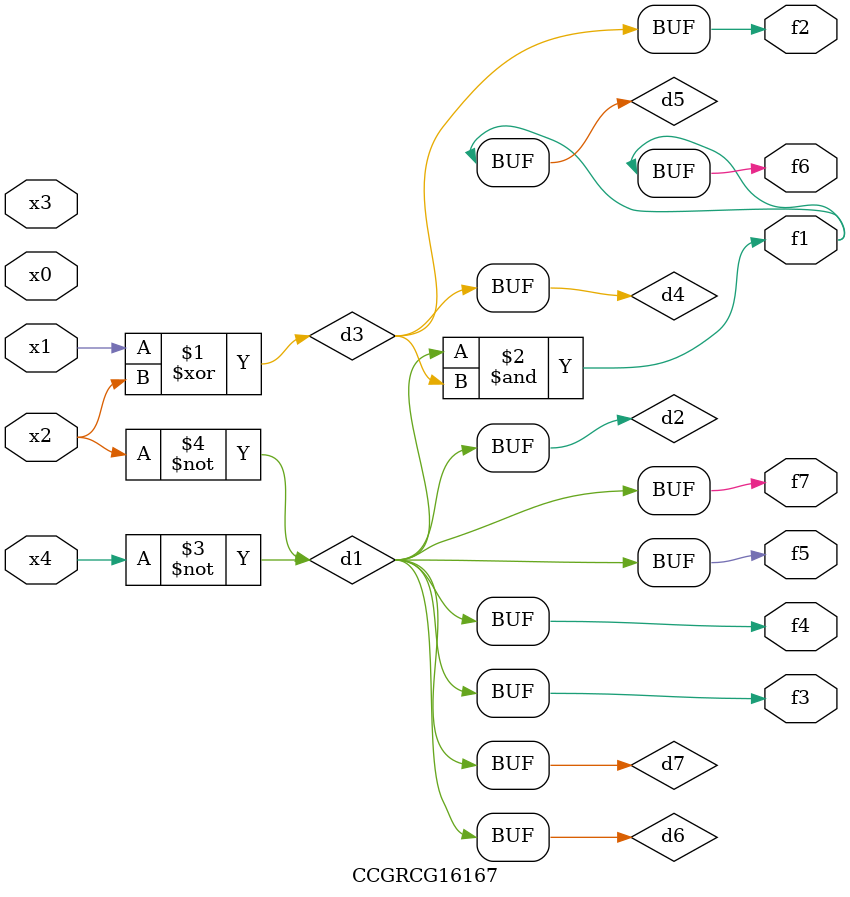
<source format=v>
module CCGRCG16167(
	input x0, x1, x2, x3, x4,
	output f1, f2, f3, f4, f5, f6, f7
);

	wire d1, d2, d3, d4, d5, d6, d7;

	not (d1, x4);
	not (d2, x2);
	xor (d3, x1, x2);
	buf (d4, d3);
	and (d5, d1, d3);
	buf (d6, d1, d2);
	buf (d7, d2);
	assign f1 = d5;
	assign f2 = d4;
	assign f3 = d7;
	assign f4 = d7;
	assign f5 = d7;
	assign f6 = d5;
	assign f7 = d7;
endmodule

</source>
